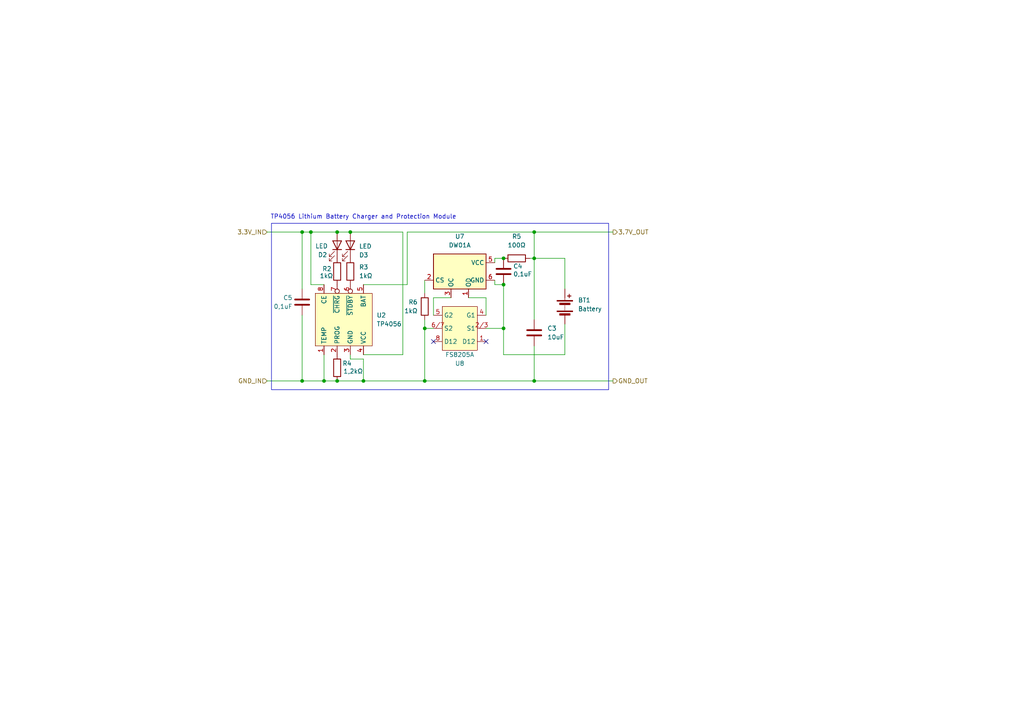
<source format=kicad_sch>
(kicad_sch (version 20250114) (generator "eeschema") (generator_version "9.0")
  (paper "A4")
  (lib_symbols
    (symbol "Battery_Management:DW01A"
      (property "Reference" "U" (at -6.604 6.35 0))
      (property "Value" "DW01A" (at 4.318 6.604 0))
      (symbol "DW01A_0_1"
        (pin power_in line (at -10.16 2.54 0) (length 2.54) (name "VCC") (number "5"))
        (pin power_in line (at -10.16 -2.54 0) (length 2.54) (name "GND") (number "6"))
        (pin output line (at -2.54 -7.62 90) (length 2.54) (name "OD") (number "1"))
        (pin output line (at 2.54 -7.62 90) (length 2.54) (name "OC") (number "3"))
        (pin input line (at 10.16 -2.54 180) (length 2.54) (name "CS") (number "2"))
      )
      (symbol "DW01A_1_1"
        (rectangle (start -7.62 5.08) (end 7.62 -5.08) (stroke (width 0.254)) (fill (type background)))
        (pin no_connect line (at 10.16 2.54 180) (length 2.54) (hide yes) (name "TD") (number "4"))
      )
    )
    (symbol "Battery_Management:TP4056"
      (property "Reference" "U2" (at 0 11.43 0))
      (property "Value" "TP4056" (at 0 8.89 0))
      (symbol "TP4056_1_1"
        (rectangle (start -7.62 7.62) (end 7.62 -8.89) (fill (type background)))
        (pin input line (at -10.16 5.08 0) (length 2.54) (name "TEMP") (number "1"))
        (pin bidirectional line (at -10.16 1.27 0) (length 2.54) (name "PROG") (number "2"))
        (pin input line (at -10.16 -2.54 0) (length 2.54) (name "GND") (number "3"))
        (pin input line (at -10.16 -6.35 0) (length 2.54) (name "VCC") (number "4"))
        (pin input line (at 10.16 5.08 180) (length 2.54) (name "CE") (number "8"))
        (pin output inverted (at 10.16 1.27 180) (length 2.54) (name "~{CHRG}") (number "7"))
        (pin output inverted (at 10.16 -2.54 180) (length 2.54) (name "~{STDBY}") (number "6"))
        (pin bidirectional line (at 10.16 -6.35 180) (length 2.54) (name "BAT") (number "5"))
      )
    )
    (symbol "Device:Battery" (pin_numbers (hide yes)) (pin_names (offset 0) (hide yes))
      (property "Reference" "BT" (at 2.54 2.54 0))
      (property "Value" "Battery" (at 2.54 0 0))
      (symbol "Battery_0_1"
        (rectangle (start -2.286 1.778) (end 2.286 1.524) (fill (type outline)))
        (rectangle (start -2.286 -1.27) (end 2.286 -1.524) (fill (type outline)))
        (rectangle (start -1.524 1.016) (end 1.524 0.508) (fill (type outline)))
        (rectangle (start -1.524 -2.032) (end 1.524 -2.54) (fill (type outline)))
        (polyline (pts (xy 0 1.778) (xy 0 2.54)))
        (polyline (pts (xy 0 0) (xy 0 0.254)))
        (polyline (pts (xy 0 -0.508) (xy 0 -0.254)))
        (polyline (pts (xy 0 -1.016) (xy 0 -0.762)))
        (polyline (pts (xy 0.762 3.048) (xy 1.778 3.048)) (stroke (width 0.254)))
        (polyline (pts (xy 1.27 3.556) (xy 1.27 2.54)) (stroke (width 0.254)))
      )
      (symbol "Battery_1_1"
        (pin passive line (at 0 5.08 270) (length 2.54) (name "+") (number "1"))
        (pin passive line (at 0 -5.08 90) (length 2.54) (name "-") (number "2"))
      )
    )
    (symbol "Device:C" (pin_numbers (hide yes)) (pin_names (offset 0.254))
      (property "Reference" "C" (at 0.635 2.54 0))
      (property "Value" "C" (at 0.635 -2.54 0))
      (symbol "C_0_1"
        (polyline (pts (xy -2.032 0.762) (xy 2.032 0.762)) (stroke (width 0.508)))
        (polyline (pts (xy -2.032 -0.762) (xy 2.032 -0.762)) (stroke (width 0.508)))
      )
      (symbol "C_1_1"
        (pin passive line (at 0 3.81 270) (length 2.794) (name "~") (number "1"))
        (pin passive line (at 0 -3.81 90) (length 2.794) (name "~") (number "2"))
      )
    )
    (symbol "Device:LED" (pin_numbers (hide yes)) (pin_names (offset 1.016) (hide yes))
      (property "Reference" "D" (at 0 2.54 0))
      (property "Value" "LED" (at 0 -2.54 0))
      (symbol "LED_0_1"
        (polyline (pts (xy -3.048 -0.762) (xy -4.572 -2.286) (xy -3.81 -2.286) (xy -4.572 -2.286) (xy -4.572 -1.524)))
        (polyline (pts (xy -1.778 -0.762) (xy -3.302 -2.286) (xy -2.54 -2.286) (xy -3.302 -2.286) (xy -3.302 -1.524)))
        (polyline (pts (xy -1.27 0) (xy 1.27 0)))
        (polyline (pts (xy -1.27 -1.27) (xy -1.27 1.27)) (stroke (width 0.254)))
        (polyline (pts (xy 1.27 -1.27) (xy 1.27 1.27) (xy -1.27 0) (xy 1.27 -1.27)) (stroke (width 0.254)))
      )
      (symbol "LED_1_1"
        (pin passive line (at -3.81 0 0) (length 2.54) (name "K") (number "1"))
        (pin passive line (at 3.81 0 180) (length 2.54) (name "A") (number "2"))
      )
    )
    (symbol "Device:R" (pin_numbers (hide yes)) (pin_names (offset 0))
      (property "Reference" "R" (at 2.032 0 90))
      (property "Value" "R" (at 0 0 90))
      (symbol "R_0_1"
        (rectangle (start -1.016 -2.54) (end 1.016 2.54) (stroke (width 0.254)))
      )
      (symbol "R_1_1"
        (pin passive line (at 0 3.81 270) (length 1.27) (name "~") (number "1"))
        (pin passive line (at 0 -3.81 90) (length 1.27) (name "~") (number "2"))
      )
    )
    (symbol "MyKl_Symbols:FS8205A"
      (property "Reference" "U8" (at 0 10.16 0))
      (property "Value" "FS8205A" (at 0 7.62 0))
      (symbol "FS8205A_1_1"
        (rectangle (start -5.08 6.35) (end 5.08 -6.35) (fill (type background)))
        (pin free line (at -7.62 3.81 0) (length 2.54) (name "D12") (number "1"))
        (pin input line (at -7.62 0 0) (length 2.54) (name "S1") (number "2/3"))
        (pin output line (at -7.62 -3.81 0) (length 2.54) (name "G1") (number "4"))
        (pin free line (at 7.62 3.81 180) (length 2.54) (name "D12") (number "8"))
        (pin input line (at 7.62 0 180) (length 2.54) (name "S2") (number "6/7"))
        (pin output line (at 7.62 -3.81 180) (length 2.54) (name "G2") (number "5"))
      )
    )
  )
  (rectangle (start 78.74 64.77) (end 176.53 113.03))
  (text "TP4056 Lithium Battery Charger and Protection Module\n" (at 105.41 62.992 0) (effects (font (size 1.27 1.27))))
  (junction (at 97.79 110.49))
  (junction (at 90.17 67.31))
  (junction (at 146.05 95.25))
  (junction (at 154.94 67.31))
  (junction (at 93.98 110.49))
  (junction (at 101.6 67.31))
  (junction (at 123.19 110.49))
  (junction (at 87.63 67.31))
  (junction (at 154.94 110.49))
  (junction (at 97.79 67.31))
  (junction (at 105.41 110.49))
  (junction (at 154.94 74.93))
  (junction (at 146.05 74.93))
  (junction (at 87.63 110.49))
  (junction (at 123.19 95.25))
  (junction (at 146.05 82.55))
  (no_connect (at 125.73 99.06))
  (no_connect (at 140.97 99.06))
  (wire (pts (xy 101.6 104.14) (xy 105.41 104.14)))
  (wire (pts (xy 123.19 95.25) (xy 125.73 95.25)))
  (wire (pts (xy 143.51 81.28) (xy 143.51 82.55)))
  (wire (pts (xy 93.98 110.49) (xy 97.79 110.49)))
  (wire (pts (xy 143.51 74.93) (xy 146.05 74.93)))
  (wire (pts (xy 101.6 102.87) (xy 101.6 104.14)))
  (wire (pts (xy 154.94 92.71) (xy 154.94 74.93)))
  (wire (pts (xy 93.98 102.87) (xy 93.98 110.49)))
  (wire (pts (xy 116.84 102.87) (xy 116.84 67.31)))
  (wire (pts (xy 105.41 104.14) (xy 105.41 110.49)))
  (wire (pts (xy 97.79 110.49) (xy 105.41 110.49)))
  (wire (pts (xy 123.19 95.25) (xy 123.19 110.49)))
  (wire (pts (xy 87.63 67.31) (xy 90.17 67.31)))
  (wire (pts (xy 125.73 86.36) (xy 130.81 86.36)))
  (wire (pts (xy 153.67 74.93) (xy 154.94 74.93)))
  (wire (pts (xy 87.63 110.49) (xy 93.98 110.49)))
  (wire (pts (xy 118.11 82.55) (xy 118.11 67.31)))
  (wire (pts (xy 123.19 92.71) (xy 123.19 95.25)))
  (wire (pts (xy 154.94 67.31) (xy 177.8 67.31)))
  (wire (pts (xy 140.97 86.36) (xy 135.89 86.36)))
  (wire (pts (xy 123.19 110.49) (xy 154.94 110.49)))
  (wire (pts (xy 143.51 82.55) (xy 146.05 82.55)))
  (wire (pts (xy 90.17 82.55) (xy 90.17 67.31)))
  (wire (pts (xy 154.94 100.33) (xy 154.94 110.49)))
  (wire (pts (xy 90.17 67.31) (xy 97.79 67.31)))
  (wire (pts (xy 163.83 74.93) (xy 163.83 83.82)))
  (wire (pts (xy 163.83 93.98) (xy 163.83 102.87)))
  (wire (pts (xy 97.79 67.31) (xy 101.6 67.31)))
  (wire (pts (xy 87.63 91.44) (xy 87.63 110.49)))
  (wire (pts (xy 125.73 91.44) (xy 125.73 86.36)))
  (wire (pts (xy 123.19 81.28) (xy 123.19 85.09)))
  (wire (pts (xy 154.94 110.49) (xy 177.8 110.49)))
  (wire (pts (xy 146.05 102.87) (xy 163.83 102.87)))
  (wire (pts (xy 87.63 67.31) (xy 87.63 83.82)))
  (wire (pts (xy 146.05 95.25) (xy 146.05 102.87)))
  (wire (pts (xy 105.41 82.55) (xy 118.11 82.55)))
  (wire (pts (xy 146.05 95.25) (xy 146.05 82.55)))
  (wire (pts (xy 154.94 74.93) (xy 163.83 74.93)))
  (wire (pts (xy 140.97 91.44) (xy 140.97 86.36)))
  (wire (pts (xy 105.41 110.49) (xy 123.19 110.49)))
  (wire (pts (xy 154.94 67.31) (xy 154.94 74.93)))
  (wire (pts (xy 105.41 102.87) (xy 116.84 102.87)))
  (wire (pts (xy 118.11 67.31) (xy 154.94 67.31)))
  (wire (pts (xy 143.51 76.2) (xy 143.51 74.93)))
  (wire (pts (xy 116.84 67.31) (xy 101.6 67.31)))
  (wire (pts (xy 77.47 67.31) (xy 87.63 67.31)))
  (wire (pts (xy 140.97 95.25) (xy 146.05 95.25)))
  (wire (pts (xy 93.98 82.55) (xy 90.17 82.55)))
  (wire (pts (xy 77.47 110.49) (xy 87.63 110.49)))
  (hierarchical_label "GND_IN" (shape input) (at 77.47 110.49 180))
  (hierarchical_label "GND_OUT" (shape output) (at 177.8 110.49 0))
  (hierarchical_label "3.7V_OUT" (shape output) (at 177.8 67.31 0))
  (hierarchical_label "3.3V_IN" (shape input) (at 77.47 67.31 180))
  (symbol (lib_id "Device:LED") (at 101.6 71.12 270) (mirror x) (unit 1)
    (property "Reference" "D3" (at 104.14 73.9776 90) (effects (justify left)))
    (property "Value" "LED" (at 104.14 71.4376 90) (effects (justify left)))
    (property "Description" "Light emitting diode" (effects (hide yes)))
  )
  (symbol (lib_id "Device:C") (at 87.63 87.63 0) (mirror y) (unit 1)
    (property "Reference" "C5" (at 84.836 86.36 0) (effects (justify left)))
    (property "Value" "0,1uF" (at 84.836 88.9 0) (effects (justify left)))
    (property "Description" "Unpolarized capacitor" (effects (hide yes)))
  )
  (symbol (lib_id "Device:R") (at 123.19 88.9 0) (mirror y) (unit 1)
    (property "Reference" "R6" (at 121.158 87.63 0) (effects (justify left)))
    (property "Value" "1kΩ" (at 121.158 90.17 0) (effects (justify left)))
    (property "Description" "Resistor" (effects (hide yes)))
  )
  (symbol (lib_id "Device:R") (at 97.79 78.74 0) (unit 1)
    (property "Reference" "R2" (at 93.472 77.978 0) (effects (justify left)))
    (property "Value" "1kΩ" (at 92.71 80.01 0) (effects (justify left)))
    (property "Description" "Resistor" (effects (hide yes)))
  )
  (symbol (lib_id "Battery_Management:DW01A") (at 133.35 78.74 0) (mirror y) (unit 1)
    (property "Reference" "U7" (at 133.35 68.58 0))
    (property "Value" "DW01A" (at 133.35 71.12 0))
    (property "Footprint" "Package_TO_SOT_SMD:SOT-23-6" (effects (hide yes)))
    (property "Datasheet" "https://hmsemi.com/downfile/DW01A.PDF" (effects (hide yes)))
    (property "Description" "Overcharge, overcurrent and overdischarge protection IC for single cell lithium-ion/polymer battery" (effects (hide yes)))
  )
  (symbol (lib_id "Battery_Management:TP4056") (at 99.06 92.71 90) (unit 1)
    (property "Reference" "U2" (at 109.22 91.4399 90) (effects (justify right)))
    (property "Value" "TP4056" (at 109.22 93.9799 90) (effects (justify right)))
    (property "Footprint" "MyKl_Footprints:TP4056_Footpring" (effects (hide yes)))
  )
  (symbol (lib_id "Device:R") (at 97.79 106.68 0) (unit 1)
    (property "Reference" "R4" (at 99.314 105.41 0) (effects (justify left)))
    (property "Value" "1,2kΩ" (at 99.568 107.696 0) (effects (justify left)))
    (property "Description" "Resistor" (effects (hide yes)))
  )
  (symbol (lib_id "Device:R") (at 101.6 78.74 0) (unit 1)
    (property "Reference" "R3" (at 104.14 77.4699 0) (effects (justify left)))
    (property "Value" "1kΩ" (at 104.14 80.0099 0) (effects (justify left)))
    (property "Description" "Resistor" (effects (hide yes)))
  )
  (symbol (lib_id "Device:C") (at 154.94 96.52 0) (unit 1)
    (property "Reference" "C3" (at 158.75 95.2499 0) (effects (justify left)))
    (property "Value" "10uF" (at 158.75 97.7899 0) (effects (justify left)))
    (property "Description" "Unpolarized capacitor" (effects (hide yes)))
  )
  (symbol (lib_id "Device:C") (at 146.05 78.74 0) (unit 1)
    (property "Reference" "C4" (at 148.844 77.216 0) (effects (justify left)))
    (property "Value" "0,1uF" (at 148.844 79.502 0) (effects (justify left)))
    (property "Description" "Unpolarized capacitor" (effects (hide yes)))
  )
  (symbol (lib_id "MyKl_Symbols:FS8205A") (at 133.35 95.25 180) (unit 1)
    (property "Reference" "U8" (at 133.35 105.41 0))
    (property "Value" "FS8205A" (at 133.35 102.87 0))
    (property "Footprint" "MyKl_Footprints:8205A_Footprint" (effects (hide yes)))
  )
  (symbol (lib_id "Device:LED") (at 97.79 71.12 270) (mirror x) (unit 1)
    (property "Reference" "D2" (at 92.202 73.914 90) (effects (justify left)))
    (property "Value" "LED" (at 91.44 71.374 90) (effects (justify left)))
    (property "Description" "Light emitting diode" (effects (hide yes)))
  )
  (symbol (lib_id "Device:R") (at 149.86 74.93 90) (unit 1)
    (property "Reference" "R5" (at 149.86 68.58 90))
    (property "Value" "100Ω" (at 149.86 71.12 90))
    (property "Description" "Resistor" (effects (hide yes)))
  )
  (symbol (lib_id "Device:Battery") (at 163.83 88.9 0) (unit 1)
    (property "Reference" "BT1" (at 167.64 87.0584 0) (effects (justify left)))
    (property "Value" "Battery" (at 167.64 89.5984 0) (effects (justify left)))
    (property "Description" "Multiple-cell battery" (effects (hide yes)))
  )
)
</source>
